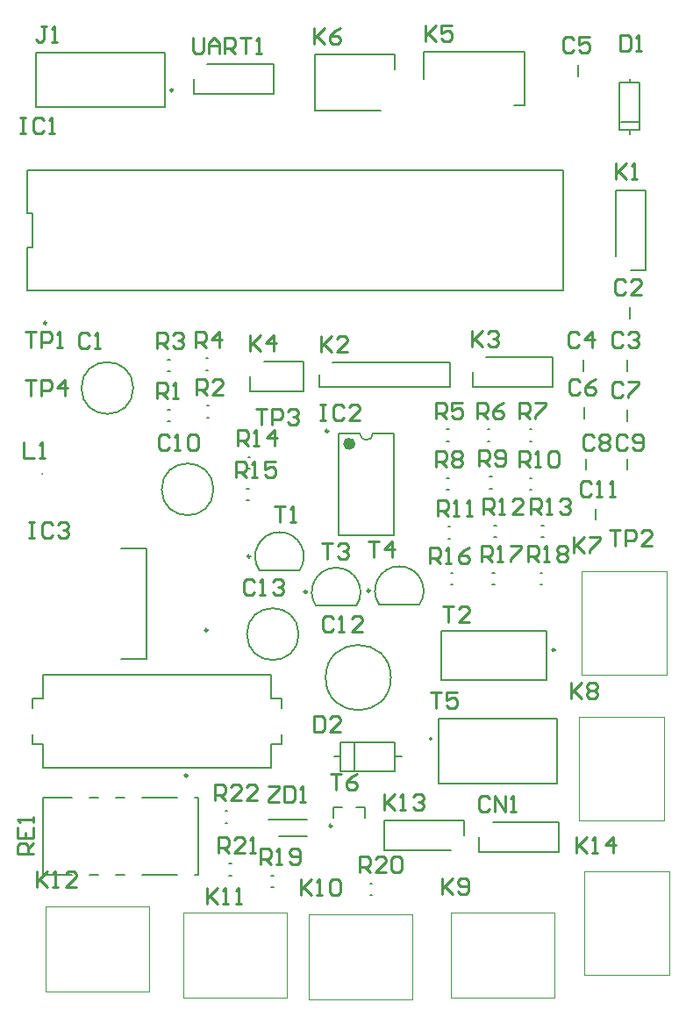
<source format=gbr>
G04*
G04 #@! TF.GenerationSoftware,Altium Limited,Altium Designer,24.4.1 (13)*
G04*
G04 Layer_Color=65535*
%FSLAX25Y25*%
%MOIN*%
G70*
G04*
G04 #@! TF.SameCoordinates,39C6BCEE-BF29-4FBA-B2CC-8500FC1695F3*
G04*
G04*
G04 #@! TF.FilePolarity,Positive*
G04*
G01*
G75*
%ADD10C,0.00984*%
%ADD11C,0.00787*%
%ADD12C,0.02362*%
%ADD13C,0.00394*%
%ADD14C,0.00500*%
%ADD15C,0.01000*%
D10*
X326992Y208283D02*
G03*
X326992Y208283I-492J0D01*
G01*
X372378Y278000D02*
G03*
X372378Y278000I-492J0D01*
G01*
X350878Y291500D02*
G03*
X350878Y291500I-492J0D01*
G01*
X334622Y263500D02*
G03*
X334622Y263500I-492J0D01*
G01*
X381906Y189169D02*
G03*
X381906Y189169I-492J0D01*
G01*
X466628Y256000D02*
G03*
X466628Y256000I-492J0D01*
G01*
X396378Y278500D02*
G03*
X396378Y278500I-492J0D01*
G01*
X380492Y339118D02*
G03*
X380492Y339118I-492J0D01*
G01*
X321461Y468626D02*
G03*
X321461Y468626I-492J0D01*
G01*
X273492Y380177D02*
G03*
X273492Y380177I-492J0D01*
G01*
D11*
X391114Y272744D02*
G03*
X375887Y272742I-7614J5257D01*
G01*
X369614Y286244D02*
G03*
X354387Y286242I-7614J5257D01*
G01*
X271913Y323000D02*
G03*
X271913Y323000I-197J0D01*
G01*
X369280Y262000D02*
G03*
X369280Y262000I-9843J0D01*
G01*
X404323Y245500D02*
G03*
X404323Y245500I-12402J0D01*
G01*
X415114Y273243D02*
G03*
X399887Y273242I-7614J5257D01*
G01*
X419803Y222224D02*
G03*
X419803Y222224I-394J0D01*
G01*
X392500Y338291D02*
G03*
X397500Y338291I2500J0D01*
G01*
X336906Y317000D02*
G03*
X336906Y317000I-9843J0D01*
G01*
X306405Y355500D02*
G03*
X306405Y355500I-9843J0D01*
G01*
X494000Y324433D02*
Y328567D01*
X478500Y324433D02*
Y328567D01*
X331028Y170488D02*
Y200016D01*
X271972D02*
X283055D01*
X289945D02*
X293055D01*
X299945D02*
X303055D01*
X309945D02*
X323055D01*
X329945D02*
X331028D01*
X271972Y170488D02*
Y200016D01*
Y170488D02*
X283055D01*
X289945D02*
X293055D01*
X299945D02*
X303055D01*
X309945D02*
X323055D01*
X329945D02*
X331028D01*
X375887Y272744D02*
X391113D01*
X354387Y286244D02*
X369613D01*
X427106Y285264D02*
X427894D01*
X427106Y280736D02*
X427894D01*
X461106Y285264D02*
X461894D01*
X461106Y280736D02*
X461894D01*
X301906Y252496D02*
X311541D01*
Y294504D01*
X301906D02*
X311541D01*
X401803Y179890D02*
X427000D01*
X401803D02*
Y191110D01*
X432197D01*
Y185500D02*
Y191110D01*
X443000Y190610D02*
X468197D01*
Y179390D02*
Y190610D01*
X437803Y179390D02*
X468197D01*
X437803D02*
Y185000D01*
X272181Y246717D02*
X358795D01*
X272181Y211283D02*
X358795D01*
Y220299D02*
X362732D01*
X358795Y237701D02*
X362732D01*
X358795Y211283D02*
Y220299D01*
Y237701D02*
Y246717D01*
X272181Y237701D02*
Y246717D01*
Y211283D02*
Y220299D01*
X268244Y237701D02*
X272181D01*
X268244Y220299D02*
X272181D01*
X362732Y233961D02*
Y237701D01*
Y220299D02*
Y224039D01*
X268244Y220299D02*
Y224039D01*
Y233961D02*
Y237701D01*
X396354Y167264D02*
X397142D01*
X396354Y162736D02*
X397142D01*
X358854Y170264D02*
X359642D01*
X358854Y165736D02*
X359642D01*
X342854Y170236D02*
X343642D01*
X342854Y174764D02*
X343642D01*
X357846Y191650D02*
X372295D01*
X361705Y185350D02*
X372295D01*
X341354Y194764D02*
X342142D01*
X341354Y190236D02*
X342142D01*
X391256Y196256D02*
X394406D01*
Y192319D02*
Y196256D01*
X382594D02*
X385744D01*
X382594Y192319D02*
Y196256D01*
X390382Y210264D02*
Y220736D01*
X405736Y215500D02*
X408354D01*
X382646D02*
X385264D01*
Y209988D02*
Y221012D01*
Y209988D02*
X405736D01*
Y221012D01*
X385264D02*
X405736D01*
X423421Y244583D02*
X463579D01*
X423421Y263087D02*
X463579D01*
X423421Y244583D02*
Y263087D01*
X463579Y244583D02*
Y263087D01*
X442854Y285264D02*
X443642D01*
X442854Y280736D02*
X443642D01*
X399887Y273244D02*
X415113D01*
X425606Y335236D02*
X426394D01*
X425606Y339764D02*
X426394D01*
X441106Y335236D02*
X441894D01*
X441106Y339764D02*
X441894D01*
X457106Y335236D02*
X457894D01*
X457106Y339764D02*
X457894D01*
X425606Y316736D02*
X426394D01*
X425606Y321264D02*
X426394D01*
X477740Y343933D02*
Y348067D01*
X494000Y342933D02*
Y347067D01*
X441854Y317236D02*
X442642D01*
X441854Y321764D02*
X442642D01*
X426106Y298236D02*
X426894D01*
X426106Y302764D02*
X426894D01*
X457106Y321264D02*
X457894D01*
X457106Y316736D02*
X457894D01*
X443606Y303264D02*
X444394D01*
X443606Y298736D02*
X444394D01*
X461606Y303264D02*
X462394D01*
X461606Y298736D02*
X462394D01*
X384567Y299709D02*
Y338291D01*
X405433Y299709D02*
Y338291D01*
X384567D02*
X392500D01*
X397500D02*
X405433D01*
X384567Y299709D02*
X405433D01*
X350106Y329264D02*
X350894D01*
X350106Y324736D02*
X350894D01*
X349606Y317264D02*
X350394D01*
X349606Y312736D02*
X350394D01*
X482000Y305433D02*
Y309567D01*
X269394Y462130D02*
X318606D01*
X269394D02*
Y482996D01*
X318606D01*
Y462130D02*
Y482996D01*
X495000Y381933D02*
Y386067D01*
X477500Y361933D02*
Y366067D01*
X494240Y361933D02*
Y366067D01*
X319606Y342736D02*
X320394D01*
X319606Y347264D02*
X320394D01*
X489890Y405500D02*
Y430697D01*
X501110D01*
Y400303D02*
Y430697D01*
X495500Y400303D02*
X501110D01*
X382000Y365106D02*
X426776D01*
Y355894D02*
Y365106D01*
X377228Y355894D02*
X426776D01*
X377228D02*
Y360500D01*
X334354Y344236D02*
X335142D01*
X334354Y348764D02*
X335142D01*
X440500Y367110D02*
X465697D01*
Y355890D02*
Y367110D01*
X435303Y355890D02*
X465697D01*
X435303D02*
Y361500D01*
X266125Y392687D02*
X469875D01*
Y438063D01*
X266125D02*
X469875D01*
X266125Y421857D02*
Y438063D01*
Y421857D02*
X268094D01*
Y408893D02*
Y421857D01*
X266125Y408893D02*
X268094D01*
X266125Y392687D02*
Y408893D01*
X334500Y478610D02*
X359697D01*
Y467390D02*
Y478610D01*
X329303Y467390D02*
X359697D01*
X329303D02*
Y473000D01*
X350803Y354390D02*
Y360000D01*
Y354390D02*
X371197D01*
Y365610D01*
X356000D02*
X371197D01*
X416815Y473000D02*
Y483197D01*
X455181D01*
Y462803D02*
Y483197D01*
X451000Y462803D02*
X455181D01*
X334106Y362236D02*
X334894D01*
X334106Y366764D02*
X334894D01*
X319606Y361736D02*
X320394D01*
X319606Y366264D02*
X320394D01*
X491240Y453524D02*
Y471476D01*
X498760D01*
Y453524D02*
Y471476D01*
X491240Y453524D02*
X498760D01*
X491634Y456594D02*
X498366D01*
X495000Y451949D02*
Y453524D01*
Y471476D02*
Y473051D01*
X475500Y473933D02*
Y478067D01*
X375303Y460890D02*
X400500D01*
X375303D02*
Y482110D01*
X405697D01*
Y476500D02*
Y482110D01*
D12*
X389685Y334354D02*
G03*
X389685Y334354I-1181J0D01*
G01*
D13*
X364843Y123858D02*
Y156142D01*
X325472Y123858D02*
X364843D01*
X325472D02*
Y156142D01*
X364843D01*
X373157Y155642D02*
X412528D01*
X373157Y123358D02*
Y155642D01*
Y123358D02*
X412528D01*
Y155642D01*
X426972Y156142D02*
X466343D01*
X426972Y123858D02*
Y156142D01*
Y123858D02*
X466343D01*
Y156142D01*
X272972Y158642D02*
X312343D01*
X272972Y126358D02*
Y158642D01*
Y126358D02*
X312343D01*
Y158642D01*
X477858Y132472D02*
Y171843D01*
Y132472D02*
X510142D01*
Y171843D01*
X477858D02*
X510142D01*
X508142Y191157D02*
Y230528D01*
X475858D02*
X508142D01*
X475858Y191157D02*
Y230528D01*
Y191157D02*
X508142D01*
X509142Y246472D02*
Y285843D01*
X476858D02*
X509142D01*
X476858Y246472D02*
Y285843D01*
Y246472D02*
X509142D01*
D14*
X422598Y205098D02*
Y229902D01*
Y205098D02*
X467402D01*
X422598Y229902D02*
X467402D01*
Y205098D02*
Y229902D01*
D15*
X494000Y336999D02*
X493001Y337999D01*
X491001D01*
X490002Y336999D01*
Y333001D01*
X491001Y332001D01*
X493001D01*
X494000Y333001D01*
X496000D02*
X496999Y332001D01*
X498999D01*
X499998Y333001D01*
Y336999D01*
X498999Y337999D01*
X496999D01*
X496000Y336999D01*
Y336000D01*
X496999Y335000D01*
X499998D01*
X481500Y336999D02*
X480501Y337999D01*
X478501D01*
X477502Y336999D01*
Y333001D01*
X478501Y332001D01*
X480501D01*
X481500Y333001D01*
X483500Y336999D02*
X484499Y337999D01*
X486499D01*
X487498Y336999D01*
Y336000D01*
X486499Y335000D01*
X487498Y334000D01*
Y333001D01*
X486499Y332001D01*
X484499D01*
X483500Y333001D01*
Y334000D01*
X484499Y335000D01*
X483500Y336000D01*
Y336999D01*
X484499Y335000D02*
X486499D01*
X357800Y204198D02*
X361799D01*
Y203198D01*
X357800Y199200D01*
Y198200D01*
X361799D01*
X363798Y204198D02*
Y198200D01*
X366797D01*
X367797Y199200D01*
Y203198D01*
X366797Y204198D01*
X363798D01*
X369796Y198200D02*
X371796D01*
X370796D01*
Y204198D01*
X369796Y203198D01*
X329200Y488698D02*
Y483700D01*
X330200Y482700D01*
X332199D01*
X333199Y483700D01*
Y488698D01*
X335198Y482700D02*
Y486699D01*
X337197Y488698D01*
X339197Y486699D01*
Y482700D01*
Y485699D01*
X335198D01*
X341196Y482700D02*
Y488698D01*
X344195D01*
X345195Y487698D01*
Y485699D01*
X344195Y484699D01*
X341196D01*
X343196D02*
X345195Y482700D01*
X347194Y488698D02*
X351193D01*
X349194D01*
Y482700D01*
X353192D02*
X355192D01*
X354192D01*
Y488698D01*
X353192Y487698D01*
X265600Y358398D02*
X269599D01*
X267599D01*
Y352400D01*
X271598D02*
Y358398D01*
X274597D01*
X275597Y357398D01*
Y355399D01*
X274597Y354399D01*
X271598D01*
X280595Y352400D02*
Y358398D01*
X277596Y355399D01*
X281595D01*
X353003Y347499D02*
X357001D01*
X355002D01*
Y341501D01*
X359001D02*
Y347499D01*
X362000D01*
X362999Y346499D01*
Y344500D01*
X362000Y343500D01*
X359001D01*
X364999Y346499D02*
X365998Y347499D01*
X367998D01*
X368997Y346499D01*
Y345500D01*
X367998Y344500D01*
X366998D01*
X367998D01*
X368997Y343500D01*
Y342501D01*
X367998Y341501D01*
X365998D01*
X364999Y342501D01*
X487503Y301499D02*
X491501D01*
X489502D01*
Y295501D01*
X493501D02*
Y301499D01*
X496500D01*
X497499Y300499D01*
Y298500D01*
X496500Y297500D01*
X493501D01*
X503497Y295501D02*
X499499D01*
X503497Y299500D01*
Y300499D01*
X502498Y301499D01*
X500498D01*
X499499Y300499D01*
X265600Y376898D02*
X269599D01*
X267599D01*
Y370900D01*
X271598D02*
Y376898D01*
X274597D01*
X275597Y375898D01*
Y373899D01*
X274597Y372899D01*
X271598D01*
X277596Y370900D02*
X279595D01*
X278596D01*
Y376898D01*
X277596Y375898D01*
X381400Y208798D02*
X385399D01*
X383399D01*
Y202800D01*
X391397Y208798D02*
X389397Y207798D01*
X387398Y205799D01*
Y203800D01*
X388398Y202800D01*
X390397D01*
X391397Y203800D01*
Y204799D01*
X390397Y205799D01*
X387398D01*
X419600Y239998D02*
X423599D01*
X421599D01*
Y234000D01*
X429597Y239998D02*
X425598D01*
Y236999D01*
X427597Y237999D01*
X428597D01*
X429597Y236999D01*
Y235000D01*
X428597Y234000D01*
X426598D01*
X425598Y235000D01*
X395900Y297198D02*
X399899D01*
X397899D01*
Y291200D01*
X404897D02*
Y297198D01*
X401898Y294199D01*
X405897D01*
X378002Y296499D02*
X382000D01*
X380001D01*
Y290501D01*
X384000Y295499D02*
X384999Y296499D01*
X386999D01*
X387998Y295499D01*
Y294500D01*
X386999Y293500D01*
X385999D01*
X386999D01*
X387998Y292500D01*
Y291501D01*
X386999Y290501D01*
X384999D01*
X384000Y291501D01*
X424000Y272498D02*
X427999D01*
X425999D01*
Y266500D01*
X433997D02*
X429998D01*
X433997Y270499D01*
Y271498D01*
X432997Y272498D01*
X430998D01*
X429998Y271498D01*
X360001Y310499D02*
X364000D01*
X362001D01*
Y304501D01*
X365999D02*
X367999D01*
X366999D01*
Y310499D01*
X365999Y309499D01*
X268499Y178502D02*
X262501D01*
Y181501D01*
X263501Y182501D01*
X265500D01*
X266500Y181501D01*
Y178502D01*
Y180502D02*
X268499Y182501D01*
X262501Y188499D02*
Y184500D01*
X268499D01*
Y188499D01*
X265500Y184500D02*
Y186500D01*
X268499Y190498D02*
Y192498D01*
Y191498D01*
X262501D01*
X263501Y190498D01*
X337300Y198900D02*
Y204898D01*
X340299D01*
X341299Y203898D01*
Y201899D01*
X340299Y200899D01*
X337300D01*
X339299D02*
X341299Y198900D01*
X347297D02*
X343298D01*
X347297Y202899D01*
Y203898D01*
X346297Y204898D01*
X344298D01*
X343298Y203898D01*
X353295Y198900D02*
X349296D01*
X353295Y202899D01*
Y203898D01*
X352295Y204898D01*
X350296D01*
X349296Y203898D01*
X338800Y178900D02*
Y184898D01*
X341799D01*
X342799Y183898D01*
Y181899D01*
X341799Y180899D01*
X338800D01*
X340799D02*
X342799Y178900D01*
X348797D02*
X344798D01*
X348797Y182899D01*
Y183898D01*
X347797Y184898D01*
X345798D01*
X344798Y183898D01*
X350796Y178900D02*
X352796D01*
X351796D01*
Y184898D01*
X350796Y183898D01*
X392300Y171400D02*
Y177398D01*
X395299D01*
X396299Y176398D01*
Y174399D01*
X395299Y173399D01*
X392300D01*
X394299D02*
X396299Y171400D01*
X402297D02*
X398298D01*
X402297Y175399D01*
Y176398D01*
X401297Y177398D01*
X399298D01*
X398298Y176398D01*
X404296D02*
X405296Y177398D01*
X407295D01*
X408295Y176398D01*
Y172400D01*
X407295Y171400D01*
X405296D01*
X404296Y172400D01*
Y176398D01*
X354800Y174400D02*
Y180398D01*
X357799D01*
X358799Y179398D01*
Y177399D01*
X357799Y176399D01*
X354800D01*
X356799D02*
X358799Y174400D01*
X360798D02*
X362797D01*
X361798D01*
Y180398D01*
X360798Y179398D01*
X365796Y175400D02*
X366796Y174400D01*
X368795D01*
X369795Y175400D01*
Y179398D01*
X368795Y180398D01*
X366796D01*
X365796Y179398D01*
Y178399D01*
X366796Y177399D01*
X369795D01*
X456502Y289501D02*
Y295499D01*
X459502D01*
X460501Y294499D01*
Y292500D01*
X459502Y291500D01*
X456502D01*
X458502D02*
X460501Y289501D01*
X462500D02*
X464500D01*
X463500D01*
Y295499D01*
X462500Y294499D01*
X467499D02*
X468499Y295499D01*
X470498D01*
X471498Y294499D01*
Y293500D01*
X470498Y292500D01*
X471498Y291500D01*
Y290501D01*
X470498Y289501D01*
X468499D01*
X467499Y290501D01*
Y291500D01*
X468499Y292500D01*
X467499Y293500D01*
Y294499D01*
X468499Y292500D02*
X470498D01*
X438800Y289400D02*
Y295398D01*
X441799D01*
X442799Y294398D01*
Y292399D01*
X441799Y291399D01*
X438800D01*
X440799D02*
X442799Y289400D01*
X444798D02*
X446797D01*
X445798D01*
Y295398D01*
X444798Y294398D01*
X449796Y295398D02*
X453795D01*
Y294398D01*
X449796Y290400D01*
Y289400D01*
X419254Y289001D02*
Y294999D01*
X422253D01*
X423253Y293999D01*
Y292000D01*
X422253Y291000D01*
X419254D01*
X421254D02*
X423253Y289001D01*
X425252D02*
X427252D01*
X426252D01*
Y294999D01*
X425252Y293999D01*
X434249Y294999D02*
X432250Y293999D01*
X430251Y292000D01*
Y290001D01*
X431250Y289001D01*
X433250D01*
X434249Y290001D01*
Y291000D01*
X433250Y292000D01*
X430251D01*
X345600Y321400D02*
Y327398D01*
X348599D01*
X349599Y326398D01*
Y324399D01*
X348599Y323399D01*
X345600D01*
X347599D02*
X349599Y321400D01*
X351598D02*
X353597D01*
X352598D01*
Y327398D01*
X351598Y326398D01*
X360595Y327398D02*
X356596D01*
Y324399D01*
X358596Y325399D01*
X359595D01*
X360595Y324399D01*
Y322400D01*
X359595Y321400D01*
X357596D01*
X356596Y322400D01*
X346100Y333400D02*
Y339398D01*
X349099D01*
X350099Y338398D01*
Y336399D01*
X349099Y335399D01*
X346100D01*
X348099D02*
X350099Y333400D01*
X352098D02*
X354097D01*
X353098D01*
Y339398D01*
X352098Y338398D01*
X360096Y333400D02*
Y339398D01*
X357096Y336399D01*
X361095D01*
X457600Y307400D02*
Y313398D01*
X460599D01*
X461599Y312398D01*
Y310399D01*
X460599Y309399D01*
X457600D01*
X459599D02*
X461599Y307400D01*
X463598D02*
X465597D01*
X464598D01*
Y313398D01*
X463598Y312398D01*
X468596D02*
X469596Y313398D01*
X471595D01*
X472595Y312398D01*
Y311399D01*
X471595Y310399D01*
X470596D01*
X471595D01*
X472595Y309399D01*
Y308400D01*
X471595Y307400D01*
X469596D01*
X468596Y308400D01*
X439600Y307400D02*
Y313398D01*
X442599D01*
X443599Y312398D01*
Y310399D01*
X442599Y309399D01*
X439600D01*
X441599D02*
X443599Y307400D01*
X445598D02*
X447597D01*
X446598D01*
Y313398D01*
X445598Y312398D01*
X454595Y307400D02*
X450596D01*
X454595Y311399D01*
Y312398D01*
X453595Y313398D01*
X451596D01*
X450596Y312398D01*
X422100Y306900D02*
Y312898D01*
X425099D01*
X426099Y311898D01*
Y309899D01*
X425099Y308899D01*
X422100D01*
X424099D02*
X426099Y306900D01*
X428098D02*
X430097D01*
X429098D01*
Y312898D01*
X428098Y311898D01*
X433096Y306900D02*
X435096D01*
X434096D01*
Y312898D01*
X433096Y311898D01*
X453100Y325400D02*
Y331398D01*
X456099D01*
X457099Y330398D01*
Y328399D01*
X456099Y327399D01*
X453100D01*
X455099D02*
X457099Y325400D01*
X459098D02*
X461097D01*
X460098D01*
Y331398D01*
X459098Y330398D01*
X464096D02*
X465096Y331398D01*
X467096D01*
X468095Y330398D01*
Y326400D01*
X467096Y325400D01*
X465096D01*
X464096Y326400D01*
Y330398D01*
X437800Y325900D02*
Y331898D01*
X440799D01*
X441799Y330898D01*
Y328899D01*
X440799Y327899D01*
X437800D01*
X439799D02*
X441799Y325900D01*
X443798Y326900D02*
X444798Y325900D01*
X446797D01*
X447797Y326900D01*
Y330898D01*
X446797Y331898D01*
X444798D01*
X443798Y330898D01*
Y329899D01*
X444798Y328899D01*
X447797D01*
X421600Y325400D02*
Y331398D01*
X424599D01*
X425599Y330398D01*
Y328399D01*
X424599Y327399D01*
X421600D01*
X423599D02*
X425599Y325400D01*
X427598Y330398D02*
X428598Y331398D01*
X430597D01*
X431597Y330398D01*
Y329399D01*
X430597Y328399D01*
X431597Y327399D01*
Y326400D01*
X430597Y325400D01*
X428598D01*
X427598Y326400D01*
Y327399D01*
X428598Y328399D01*
X427598Y329399D01*
Y330398D01*
X428598Y328399D02*
X430597D01*
X453100Y343900D02*
Y349898D01*
X456099D01*
X457099Y348898D01*
Y346899D01*
X456099Y345899D01*
X453100D01*
X455099D02*
X457099Y343900D01*
X459098Y349898D02*
X463097D01*
Y348898D01*
X459098Y344900D01*
Y343900D01*
X437100D02*
Y349898D01*
X440099D01*
X441099Y348898D01*
Y346899D01*
X440099Y345899D01*
X437100D01*
X439099D02*
X441099Y343900D01*
X447097Y349898D02*
X445097Y348898D01*
X443098Y346899D01*
Y344900D01*
X444098Y343900D01*
X446097D01*
X447097Y344900D01*
Y345899D01*
X446097Y346899D01*
X443098D01*
X421600Y343900D02*
Y349898D01*
X424599D01*
X425599Y348898D01*
Y346899D01*
X424599Y345899D01*
X421600D01*
X423599D02*
X425599Y343900D01*
X431597Y349898D02*
X427598D01*
Y346899D01*
X429597Y347899D01*
X430597D01*
X431597Y346899D01*
Y344900D01*
X430597Y343900D01*
X428598D01*
X427598Y344900D01*
X330100Y370900D02*
Y376898D01*
X333099D01*
X334099Y375898D01*
Y373899D01*
X333099Y372899D01*
X330100D01*
X332099D02*
X334099Y370900D01*
X339097D02*
Y376898D01*
X336098Y373899D01*
X340097D01*
X315600Y370400D02*
Y376398D01*
X318599D01*
X319599Y375398D01*
Y373399D01*
X318599Y372399D01*
X315600D01*
X317599D02*
X319599Y370400D01*
X321598Y375398D02*
X322598Y376398D01*
X324597D01*
X325597Y375398D01*
Y374399D01*
X324597Y373399D01*
X323597D01*
X324597D01*
X325597Y372399D01*
Y371400D01*
X324597Y370400D01*
X322598D01*
X321598Y371400D01*
X330300Y352900D02*
Y358898D01*
X333299D01*
X334299Y357898D01*
Y355899D01*
X333299Y354899D01*
X330300D01*
X332299D02*
X334299Y352900D01*
X340297D02*
X336298D01*
X340297Y356899D01*
Y357898D01*
X339297Y358898D01*
X337298D01*
X336298Y357898D01*
X315600Y351400D02*
Y357398D01*
X318599D01*
X319599Y356398D01*
Y354399D01*
X318599Y353399D01*
X315600D01*
X317599D02*
X319599Y351400D01*
X321598D02*
X323597D01*
X322598D01*
Y357398D01*
X321598Y356398D01*
X264769Y334999D02*
Y329001D01*
X268768D01*
X270767D02*
X272766D01*
X271767D01*
Y334999D01*
X270767Y333999D01*
X474700Y184998D02*
Y179000D01*
Y180999D01*
X478699Y184998D01*
X475700Y181999D01*
X478699Y179000D01*
X480698D02*
X482697D01*
X481698D01*
Y184998D01*
X480698Y183998D01*
X488695Y179000D02*
Y184998D01*
X485696Y181999D01*
X489695D01*
X401700Y201198D02*
Y195200D01*
Y197199D01*
X405699Y201198D01*
X402700Y198199D01*
X405699Y195200D01*
X407698D02*
X409697D01*
X408698D01*
Y201198D01*
X407698Y200198D01*
X412696D02*
X413696Y201198D01*
X415695D01*
X416695Y200198D01*
Y199199D01*
X415695Y198199D01*
X414696D01*
X415695D01*
X416695Y197199D01*
Y196200D01*
X415695Y195200D01*
X413696D01*
X412696Y196200D01*
X269800Y171798D02*
Y165800D01*
Y167799D01*
X273799Y171798D01*
X270800Y168799D01*
X273799Y165800D01*
X275798D02*
X277797D01*
X276798D01*
Y171798D01*
X275798Y170798D01*
X284795Y165800D02*
X280796D01*
X284795Y169799D01*
Y170798D01*
X283795Y171798D01*
X281796D01*
X280796Y170798D01*
X334517Y165399D02*
Y159401D01*
Y161400D01*
X338516Y165399D01*
X335517Y162400D01*
X338516Y159401D01*
X340515D02*
X342514D01*
X341515D01*
Y165399D01*
X340515Y164399D01*
X345514Y159401D02*
X347513D01*
X346513D01*
Y165399D01*
X345514Y164399D01*
X370000Y168798D02*
Y162800D01*
Y164799D01*
X373999Y168798D01*
X371000Y165799D01*
X373999Y162800D01*
X375998D02*
X377997D01*
X376998D01*
Y168798D01*
X375998Y167798D01*
X380996D02*
X381996Y168798D01*
X383996D01*
X384995Y167798D01*
Y163800D01*
X383996Y162800D01*
X381996D01*
X380996Y163800D01*
Y167798D01*
X423800Y169298D02*
Y163300D01*
Y165299D01*
X427799Y169298D01*
X424800Y166299D01*
X427799Y163300D01*
X429798Y164300D02*
X430798Y163300D01*
X432797D01*
X433797Y164300D01*
Y168298D01*
X432797Y169298D01*
X430798D01*
X429798Y168298D01*
Y167299D01*
X430798Y166299D01*
X433797D01*
X472700Y243698D02*
Y237700D01*
Y239699D01*
X476699Y243698D01*
X473700Y240699D01*
X476699Y237700D01*
X478698Y242698D02*
X479698Y243698D01*
X481697D01*
X482697Y242698D01*
Y241699D01*
X481697Y240699D01*
X482697Y239699D01*
Y238700D01*
X481697Y237700D01*
X479698D01*
X478698Y238700D01*
Y239699D01*
X479698Y240699D01*
X478698Y241699D01*
Y242698D01*
X479698Y240699D02*
X481697D01*
X473700Y298998D02*
Y293000D01*
Y294999D01*
X477699Y298998D01*
X474700Y295999D01*
X477699Y293000D01*
X479698Y298998D02*
X483697D01*
Y297998D01*
X479698Y294000D01*
Y293000D01*
X375200Y492198D02*
Y486200D01*
Y488199D01*
X379199Y492198D01*
X376200Y489199D01*
X379199Y486200D01*
X385197Y492198D02*
X383197Y491198D01*
X381198Y489199D01*
Y487200D01*
X382198Y486200D01*
X384197D01*
X385197Y487200D01*
Y488199D01*
X384197Y489199D01*
X381198D01*
X417400Y493298D02*
Y487300D01*
Y489299D01*
X421399Y493298D01*
X418400Y490299D01*
X421399Y487300D01*
X427397Y493298D02*
X423398D01*
Y490299D01*
X425397Y491299D01*
X426397D01*
X427397Y490299D01*
Y488300D01*
X426397Y487300D01*
X424398D01*
X423398Y488300D01*
X350700Y375698D02*
Y369700D01*
Y371699D01*
X354699Y375698D01*
X351700Y372699D01*
X354699Y369700D01*
X359697D02*
Y375698D01*
X356698Y372699D01*
X360697D01*
X435200Y377198D02*
Y371200D01*
Y373199D01*
X439199Y377198D01*
X436200Y374199D01*
X439199Y371200D01*
X441198Y376198D02*
X442198Y377198D01*
X444197D01*
X445197Y376198D01*
Y375199D01*
X444197Y374199D01*
X443197D01*
X444197D01*
X445197Y373199D01*
Y372200D01*
X444197Y371200D01*
X442198D01*
X441198Y372200D01*
X377700Y375198D02*
Y369200D01*
Y371199D01*
X381699Y375198D01*
X378700Y372199D01*
X381699Y369200D01*
X387697D02*
X383698D01*
X387697Y373199D01*
Y374198D01*
X386697Y375198D01*
X384698D01*
X383698Y374198D01*
X489800Y440798D02*
Y434800D01*
Y436799D01*
X493799Y440798D01*
X490800Y437799D01*
X493799Y434800D01*
X495798D02*
X497797D01*
X496798D01*
Y440798D01*
X495798Y439798D01*
X273599Y492798D02*
X271599D01*
X272599D01*
Y487800D01*
X271599Y486800D01*
X270600D01*
X269600Y487800D01*
X275598Y486800D02*
X277597D01*
X276598D01*
Y492798D01*
X275598Y491798D01*
X266800Y304398D02*
X268799D01*
X267800D01*
Y298400D01*
X266800D01*
X268799D01*
X275797Y303398D02*
X274797Y304398D01*
X272798D01*
X271798Y303398D01*
Y299400D01*
X272798Y298400D01*
X274797D01*
X275797Y299400D01*
X277796Y303398D02*
X278796Y304398D01*
X280796D01*
X281795Y303398D01*
Y302399D01*
X280796Y301399D01*
X279796D01*
X280796D01*
X281795Y300399D01*
Y299400D01*
X280796Y298400D01*
X278796D01*
X277796Y299400D01*
X377600Y349098D02*
X379599D01*
X378600D01*
Y343100D01*
X377600D01*
X379599D01*
X386597Y348098D02*
X385597Y349098D01*
X383598D01*
X382598Y348098D01*
Y344100D01*
X383598Y343100D01*
X385597D01*
X386597Y344100D01*
X392595Y343100D02*
X388596D01*
X392595Y347099D01*
Y348098D01*
X391596Y349098D01*
X389596D01*
X388596Y348098D01*
X263500Y458198D02*
X265499D01*
X264500D01*
Y452200D01*
X263500D01*
X265499D01*
X272497Y457198D02*
X271497Y458198D01*
X269498D01*
X268498Y457198D01*
Y453200D01*
X269498Y452200D01*
X271497D01*
X272497Y453200D01*
X274496Y452200D02*
X276496D01*
X275496D01*
Y458198D01*
X274496Y457198D01*
X375200Y230798D02*
Y224800D01*
X378199D01*
X379199Y225800D01*
Y229798D01*
X378199Y230798D01*
X375200D01*
X385197Y224800D02*
X381198D01*
X385197Y228799D01*
Y229798D01*
X384197Y230798D01*
X382198D01*
X381198Y229798D01*
X491500Y489698D02*
Y483700D01*
X494499D01*
X495499Y484700D01*
Y488698D01*
X494499Y489698D01*
X491500D01*
X497498Y483700D02*
X499497D01*
X498498D01*
Y489698D01*
X497498Y488698D01*
X441699Y199698D02*
X440699Y200698D01*
X438700D01*
X437700Y199698D01*
Y195700D01*
X438700Y194700D01*
X440699D01*
X441699Y195700D01*
X443698Y194700D02*
Y200698D01*
X447697Y194700D01*
Y200698D01*
X449696Y194700D02*
X451695D01*
X450696D01*
Y200698D01*
X449696Y199698D01*
X352499Y281898D02*
X351499Y282898D01*
X349500D01*
X348500Y281898D01*
Y277900D01*
X349500Y276900D01*
X351499D01*
X352499Y277900D01*
X354498Y276900D02*
X356497D01*
X355498D01*
Y282898D01*
X354498Y281898D01*
X359496D02*
X360496Y282898D01*
X362495D01*
X363495Y281898D01*
Y280899D01*
X362495Y279899D01*
X361496D01*
X362495D01*
X363495Y278899D01*
Y277900D01*
X362495Y276900D01*
X360496D01*
X359496Y277900D01*
X382499Y267998D02*
X381499Y268998D01*
X379500D01*
X378500Y267998D01*
Y264000D01*
X379500Y263000D01*
X381499D01*
X382499Y264000D01*
X384498Y263000D02*
X386497D01*
X385498D01*
Y268998D01*
X384498Y267998D01*
X393495Y263000D02*
X389496D01*
X393495Y266999D01*
Y267998D01*
X392495Y268998D01*
X390496D01*
X389496Y267998D01*
X480299Y319298D02*
X479299Y320298D01*
X477300D01*
X476300Y319298D01*
Y315300D01*
X477300Y314300D01*
X479299D01*
X480299Y315300D01*
X482298Y314300D02*
X484297D01*
X483298D01*
Y320298D01*
X482298Y319298D01*
X487296Y314300D02*
X489296D01*
X488296D01*
Y320298D01*
X487296Y319298D01*
X320199Y336898D02*
X319199Y337898D01*
X317200D01*
X316200Y336898D01*
Y332900D01*
X317200Y331900D01*
X319199D01*
X320199Y332900D01*
X322198Y331900D02*
X324197D01*
X323198D01*
Y337898D01*
X322198Y336898D01*
X327196D02*
X328196Y337898D01*
X330195D01*
X331195Y336898D01*
Y332900D01*
X330195Y331900D01*
X328196D01*
X327196Y332900D01*
Y336898D01*
X492299Y356798D02*
X491299Y357798D01*
X489300D01*
X488300Y356798D01*
Y352800D01*
X489300Y351800D01*
X491299D01*
X492299Y352800D01*
X494298Y357798D02*
X498297D01*
Y356798D01*
X494298Y352800D01*
Y351800D01*
X475999Y357798D02*
X474999Y358798D01*
X473000D01*
X472000Y357798D01*
Y353800D01*
X473000Y352800D01*
X474999D01*
X475999Y353800D01*
X481997Y358798D02*
X479997Y357798D01*
X477998Y355799D01*
Y353800D01*
X478998Y352800D01*
X480997D01*
X481997Y353800D01*
Y354799D01*
X480997Y355799D01*
X477998D01*
X473799Y487798D02*
X472799Y488798D01*
X470800D01*
X469800Y487798D01*
Y483800D01*
X470800Y482800D01*
X472799D01*
X473799Y483800D01*
X479797Y488798D02*
X475798D01*
Y485799D01*
X477797Y486799D01*
X478797D01*
X479797Y485799D01*
Y483800D01*
X478797Y482800D01*
X476798D01*
X475798Y483800D01*
X475799Y375798D02*
X474799Y376798D01*
X472800D01*
X471800Y375798D01*
Y371800D01*
X472800Y370800D01*
X474799D01*
X475799Y371800D01*
X480797Y370800D02*
Y376798D01*
X477798Y373799D01*
X481797D01*
X492499Y375798D02*
X491499Y376798D01*
X489500D01*
X488500Y375798D01*
Y371800D01*
X489500Y370800D01*
X491499D01*
X492499Y371800D01*
X494498Y375798D02*
X495498Y376798D01*
X497497D01*
X498497Y375798D01*
Y374799D01*
X497497Y373799D01*
X496497D01*
X497497D01*
X498497Y372799D01*
Y371800D01*
X497497Y370800D01*
X495498D01*
X494498Y371800D01*
X493299Y395798D02*
X492299Y396798D01*
X490300D01*
X489300Y395798D01*
Y391800D01*
X490300Y390800D01*
X492299D01*
X493299Y391800D01*
X499297Y390800D02*
X495298D01*
X499297Y394799D01*
Y395798D01*
X498297Y396798D01*
X496298D01*
X495298Y395798D01*
X289699Y375398D02*
X288699Y376398D01*
X286700D01*
X285700Y375398D01*
Y371400D01*
X286700Y370400D01*
X288699D01*
X289699Y371400D01*
X291698Y370400D02*
X293697D01*
X292698D01*
Y376398D01*
X291698Y375398D01*
M02*

</source>
